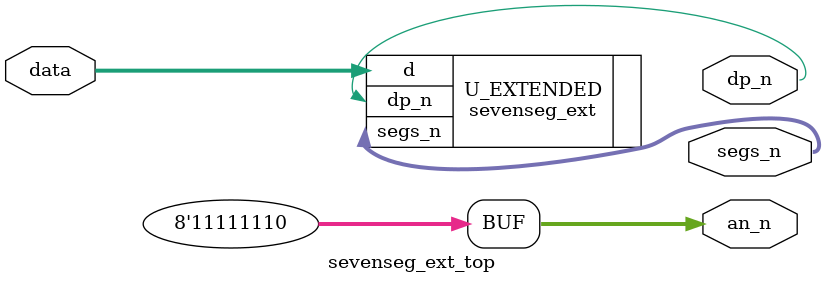
<source format=sv>
`timescale 1ns / 1ps


module sevenseg_ext_top(
input logic [6:0] data,
output logic dp_n,
output logic [7:0] an_n,
output logic [6:0]segs_n

    );
    assign an_n = 8'b11111110;
    sevenseg_ext U_EXTENDED(.d(data), .dp_n,.segs_n);
endmodule

</source>
